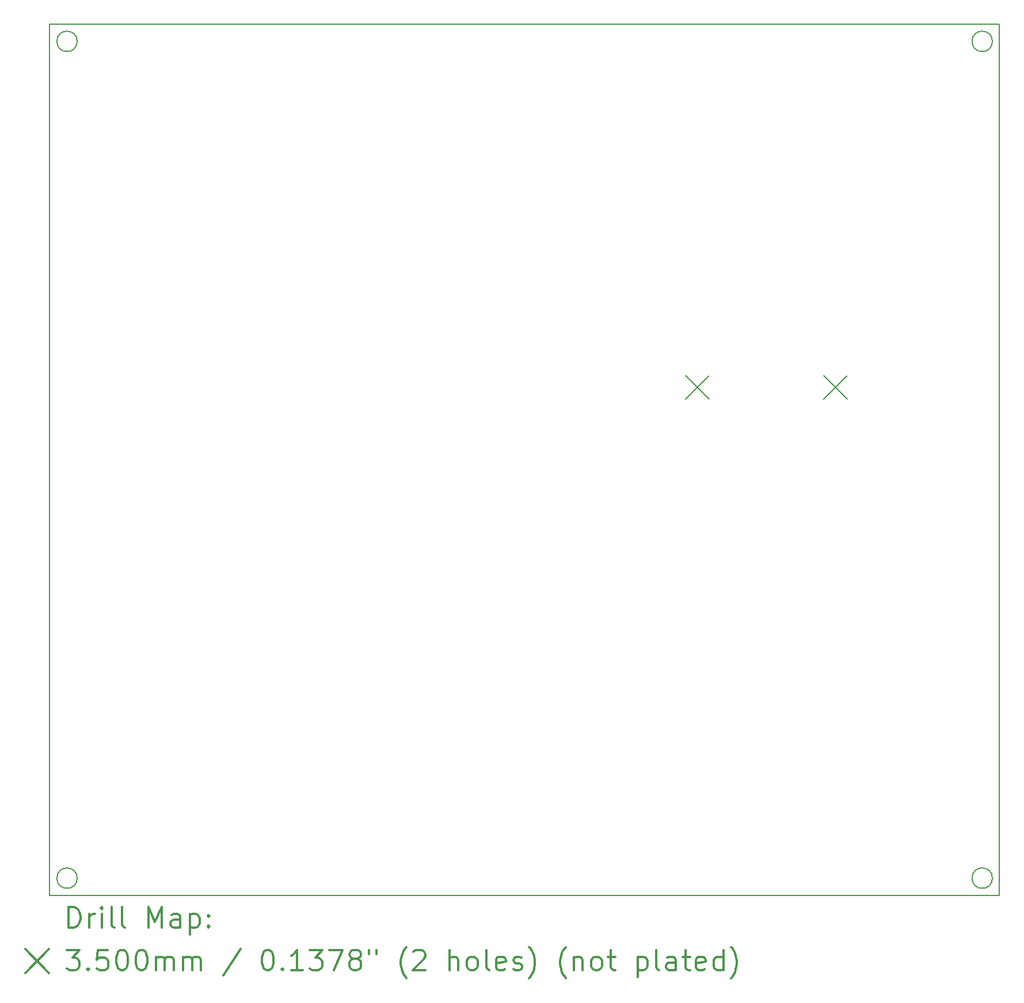
<source format=gbr>
%FSLAX45Y45*%
G04 Gerber Fmt 4.5, Leading zero omitted, Abs format (unit mm)*
G04 Created by KiCad (PCBNEW (5.1.10)-1) date 2021-10-12 11:26:06*
%MOMM*%
%LPD*%
G01*
G04 APERTURE LIST*
%TA.AperFunction,Profile*%
%ADD10C,0.150000*%
%TD*%
%ADD11C,0.200000*%
%ADD12C,0.300000*%
G04 APERTURE END LIST*
D10*
X24915000Y-3429000D02*
G75*
G03*
X24915000Y-3429000I-150000J0D01*
G01*
X24915000Y-15748000D02*
G75*
G03*
X24915000Y-15748000I-150000J0D01*
G01*
X11453000Y-15748000D02*
G75*
G03*
X11453000Y-15748000I-150000J0D01*
G01*
X11453000Y-3429000D02*
G75*
G03*
X11453000Y-3429000I-150000J0D01*
G01*
X11049000Y-16002000D02*
X11049000Y-3175000D01*
X25019000Y-16002000D02*
X11049000Y-16002000D01*
X25019000Y-3175000D02*
X25019000Y-16002000D01*
X11049000Y-3175000D02*
X25019000Y-3175000D01*
D11*
X20399000Y-8349000D02*
X20749000Y-8699000D01*
X20749000Y-8349000D02*
X20399000Y-8699000D01*
X22431000Y-8349000D02*
X22781000Y-8699000D01*
X22781000Y-8349000D02*
X22431000Y-8699000D01*
D12*
X11327928Y-16475214D02*
X11327928Y-16175214D01*
X11399357Y-16175214D01*
X11442214Y-16189500D01*
X11470786Y-16218071D01*
X11485071Y-16246643D01*
X11499357Y-16303786D01*
X11499357Y-16346643D01*
X11485071Y-16403786D01*
X11470786Y-16432357D01*
X11442214Y-16460929D01*
X11399357Y-16475214D01*
X11327928Y-16475214D01*
X11627928Y-16475214D02*
X11627928Y-16275214D01*
X11627928Y-16332357D02*
X11642214Y-16303786D01*
X11656500Y-16289500D01*
X11685071Y-16275214D01*
X11713643Y-16275214D01*
X11813643Y-16475214D02*
X11813643Y-16275214D01*
X11813643Y-16175214D02*
X11799357Y-16189500D01*
X11813643Y-16203786D01*
X11827928Y-16189500D01*
X11813643Y-16175214D01*
X11813643Y-16203786D01*
X11999357Y-16475214D02*
X11970786Y-16460929D01*
X11956500Y-16432357D01*
X11956500Y-16175214D01*
X12156500Y-16475214D02*
X12127928Y-16460929D01*
X12113643Y-16432357D01*
X12113643Y-16175214D01*
X12499357Y-16475214D02*
X12499357Y-16175214D01*
X12599357Y-16389500D01*
X12699357Y-16175214D01*
X12699357Y-16475214D01*
X12970786Y-16475214D02*
X12970786Y-16318071D01*
X12956500Y-16289500D01*
X12927928Y-16275214D01*
X12870786Y-16275214D01*
X12842214Y-16289500D01*
X12970786Y-16460929D02*
X12942214Y-16475214D01*
X12870786Y-16475214D01*
X12842214Y-16460929D01*
X12827928Y-16432357D01*
X12827928Y-16403786D01*
X12842214Y-16375214D01*
X12870786Y-16360929D01*
X12942214Y-16360929D01*
X12970786Y-16346643D01*
X13113643Y-16275214D02*
X13113643Y-16575214D01*
X13113643Y-16289500D02*
X13142214Y-16275214D01*
X13199357Y-16275214D01*
X13227928Y-16289500D01*
X13242214Y-16303786D01*
X13256500Y-16332357D01*
X13256500Y-16418071D01*
X13242214Y-16446643D01*
X13227928Y-16460929D01*
X13199357Y-16475214D01*
X13142214Y-16475214D01*
X13113643Y-16460929D01*
X13385071Y-16446643D02*
X13399357Y-16460929D01*
X13385071Y-16475214D01*
X13370786Y-16460929D01*
X13385071Y-16446643D01*
X13385071Y-16475214D01*
X13385071Y-16289500D02*
X13399357Y-16303786D01*
X13385071Y-16318071D01*
X13370786Y-16303786D01*
X13385071Y-16289500D01*
X13385071Y-16318071D01*
X10691500Y-16794500D02*
X11041500Y-17144500D01*
X11041500Y-16794500D02*
X10691500Y-17144500D01*
X11299357Y-16805214D02*
X11485071Y-16805214D01*
X11385071Y-16919500D01*
X11427928Y-16919500D01*
X11456500Y-16933786D01*
X11470786Y-16948072D01*
X11485071Y-16976643D01*
X11485071Y-17048072D01*
X11470786Y-17076643D01*
X11456500Y-17090929D01*
X11427928Y-17105214D01*
X11342214Y-17105214D01*
X11313643Y-17090929D01*
X11299357Y-17076643D01*
X11613643Y-17076643D02*
X11627928Y-17090929D01*
X11613643Y-17105214D01*
X11599357Y-17090929D01*
X11613643Y-17076643D01*
X11613643Y-17105214D01*
X11899357Y-16805214D02*
X11756500Y-16805214D01*
X11742214Y-16948072D01*
X11756500Y-16933786D01*
X11785071Y-16919500D01*
X11856500Y-16919500D01*
X11885071Y-16933786D01*
X11899357Y-16948072D01*
X11913643Y-16976643D01*
X11913643Y-17048072D01*
X11899357Y-17076643D01*
X11885071Y-17090929D01*
X11856500Y-17105214D01*
X11785071Y-17105214D01*
X11756500Y-17090929D01*
X11742214Y-17076643D01*
X12099357Y-16805214D02*
X12127928Y-16805214D01*
X12156500Y-16819500D01*
X12170786Y-16833786D01*
X12185071Y-16862357D01*
X12199357Y-16919500D01*
X12199357Y-16990929D01*
X12185071Y-17048072D01*
X12170786Y-17076643D01*
X12156500Y-17090929D01*
X12127928Y-17105214D01*
X12099357Y-17105214D01*
X12070786Y-17090929D01*
X12056500Y-17076643D01*
X12042214Y-17048072D01*
X12027928Y-16990929D01*
X12027928Y-16919500D01*
X12042214Y-16862357D01*
X12056500Y-16833786D01*
X12070786Y-16819500D01*
X12099357Y-16805214D01*
X12385071Y-16805214D02*
X12413643Y-16805214D01*
X12442214Y-16819500D01*
X12456500Y-16833786D01*
X12470786Y-16862357D01*
X12485071Y-16919500D01*
X12485071Y-16990929D01*
X12470786Y-17048072D01*
X12456500Y-17076643D01*
X12442214Y-17090929D01*
X12413643Y-17105214D01*
X12385071Y-17105214D01*
X12356500Y-17090929D01*
X12342214Y-17076643D01*
X12327928Y-17048072D01*
X12313643Y-16990929D01*
X12313643Y-16919500D01*
X12327928Y-16862357D01*
X12342214Y-16833786D01*
X12356500Y-16819500D01*
X12385071Y-16805214D01*
X12613643Y-17105214D02*
X12613643Y-16905214D01*
X12613643Y-16933786D02*
X12627928Y-16919500D01*
X12656500Y-16905214D01*
X12699357Y-16905214D01*
X12727928Y-16919500D01*
X12742214Y-16948072D01*
X12742214Y-17105214D01*
X12742214Y-16948072D02*
X12756500Y-16919500D01*
X12785071Y-16905214D01*
X12827928Y-16905214D01*
X12856500Y-16919500D01*
X12870786Y-16948072D01*
X12870786Y-17105214D01*
X13013643Y-17105214D02*
X13013643Y-16905214D01*
X13013643Y-16933786D02*
X13027928Y-16919500D01*
X13056500Y-16905214D01*
X13099357Y-16905214D01*
X13127928Y-16919500D01*
X13142214Y-16948072D01*
X13142214Y-17105214D01*
X13142214Y-16948072D02*
X13156500Y-16919500D01*
X13185071Y-16905214D01*
X13227928Y-16905214D01*
X13256500Y-16919500D01*
X13270786Y-16948072D01*
X13270786Y-17105214D01*
X13856500Y-16790929D02*
X13599357Y-17176643D01*
X14242214Y-16805214D02*
X14270786Y-16805214D01*
X14299357Y-16819500D01*
X14313643Y-16833786D01*
X14327928Y-16862357D01*
X14342214Y-16919500D01*
X14342214Y-16990929D01*
X14327928Y-17048072D01*
X14313643Y-17076643D01*
X14299357Y-17090929D01*
X14270786Y-17105214D01*
X14242214Y-17105214D01*
X14213643Y-17090929D01*
X14199357Y-17076643D01*
X14185071Y-17048072D01*
X14170786Y-16990929D01*
X14170786Y-16919500D01*
X14185071Y-16862357D01*
X14199357Y-16833786D01*
X14213643Y-16819500D01*
X14242214Y-16805214D01*
X14470786Y-17076643D02*
X14485071Y-17090929D01*
X14470786Y-17105214D01*
X14456500Y-17090929D01*
X14470786Y-17076643D01*
X14470786Y-17105214D01*
X14770786Y-17105214D02*
X14599357Y-17105214D01*
X14685071Y-17105214D02*
X14685071Y-16805214D01*
X14656500Y-16848072D01*
X14627928Y-16876643D01*
X14599357Y-16890929D01*
X14870786Y-16805214D02*
X15056500Y-16805214D01*
X14956500Y-16919500D01*
X14999357Y-16919500D01*
X15027928Y-16933786D01*
X15042214Y-16948072D01*
X15056500Y-16976643D01*
X15056500Y-17048072D01*
X15042214Y-17076643D01*
X15027928Y-17090929D01*
X14999357Y-17105214D01*
X14913643Y-17105214D01*
X14885071Y-17090929D01*
X14870786Y-17076643D01*
X15156500Y-16805214D02*
X15356500Y-16805214D01*
X15227928Y-17105214D01*
X15513643Y-16933786D02*
X15485071Y-16919500D01*
X15470786Y-16905214D01*
X15456500Y-16876643D01*
X15456500Y-16862357D01*
X15470786Y-16833786D01*
X15485071Y-16819500D01*
X15513643Y-16805214D01*
X15570786Y-16805214D01*
X15599357Y-16819500D01*
X15613643Y-16833786D01*
X15627928Y-16862357D01*
X15627928Y-16876643D01*
X15613643Y-16905214D01*
X15599357Y-16919500D01*
X15570786Y-16933786D01*
X15513643Y-16933786D01*
X15485071Y-16948072D01*
X15470786Y-16962357D01*
X15456500Y-16990929D01*
X15456500Y-17048072D01*
X15470786Y-17076643D01*
X15485071Y-17090929D01*
X15513643Y-17105214D01*
X15570786Y-17105214D01*
X15599357Y-17090929D01*
X15613643Y-17076643D01*
X15627928Y-17048072D01*
X15627928Y-16990929D01*
X15613643Y-16962357D01*
X15599357Y-16948072D01*
X15570786Y-16933786D01*
X15742214Y-16805214D02*
X15742214Y-16862357D01*
X15856500Y-16805214D02*
X15856500Y-16862357D01*
X16299357Y-17219500D02*
X16285071Y-17205214D01*
X16256500Y-17162357D01*
X16242214Y-17133786D01*
X16227928Y-17090929D01*
X16213643Y-17019500D01*
X16213643Y-16962357D01*
X16227928Y-16890929D01*
X16242214Y-16848072D01*
X16256500Y-16819500D01*
X16285071Y-16776643D01*
X16299357Y-16762357D01*
X16399357Y-16833786D02*
X16413643Y-16819500D01*
X16442214Y-16805214D01*
X16513643Y-16805214D01*
X16542214Y-16819500D01*
X16556500Y-16833786D01*
X16570786Y-16862357D01*
X16570786Y-16890929D01*
X16556500Y-16933786D01*
X16385071Y-17105214D01*
X16570786Y-17105214D01*
X16927928Y-17105214D02*
X16927928Y-16805214D01*
X17056500Y-17105214D02*
X17056500Y-16948072D01*
X17042214Y-16919500D01*
X17013643Y-16905214D01*
X16970786Y-16905214D01*
X16942214Y-16919500D01*
X16927928Y-16933786D01*
X17242214Y-17105214D02*
X17213643Y-17090929D01*
X17199357Y-17076643D01*
X17185071Y-17048072D01*
X17185071Y-16962357D01*
X17199357Y-16933786D01*
X17213643Y-16919500D01*
X17242214Y-16905214D01*
X17285071Y-16905214D01*
X17313643Y-16919500D01*
X17327928Y-16933786D01*
X17342214Y-16962357D01*
X17342214Y-17048072D01*
X17327928Y-17076643D01*
X17313643Y-17090929D01*
X17285071Y-17105214D01*
X17242214Y-17105214D01*
X17513643Y-17105214D02*
X17485071Y-17090929D01*
X17470786Y-17062357D01*
X17470786Y-16805214D01*
X17742214Y-17090929D02*
X17713643Y-17105214D01*
X17656500Y-17105214D01*
X17627928Y-17090929D01*
X17613643Y-17062357D01*
X17613643Y-16948072D01*
X17627928Y-16919500D01*
X17656500Y-16905214D01*
X17713643Y-16905214D01*
X17742214Y-16919500D01*
X17756500Y-16948072D01*
X17756500Y-16976643D01*
X17613643Y-17005214D01*
X17870786Y-17090929D02*
X17899357Y-17105214D01*
X17956500Y-17105214D01*
X17985071Y-17090929D01*
X17999357Y-17062357D01*
X17999357Y-17048072D01*
X17985071Y-17019500D01*
X17956500Y-17005214D01*
X17913643Y-17005214D01*
X17885071Y-16990929D01*
X17870786Y-16962357D01*
X17870786Y-16948072D01*
X17885071Y-16919500D01*
X17913643Y-16905214D01*
X17956500Y-16905214D01*
X17985071Y-16919500D01*
X18099357Y-17219500D02*
X18113643Y-17205214D01*
X18142214Y-17162357D01*
X18156500Y-17133786D01*
X18170786Y-17090929D01*
X18185071Y-17019500D01*
X18185071Y-16962357D01*
X18170786Y-16890929D01*
X18156500Y-16848072D01*
X18142214Y-16819500D01*
X18113643Y-16776643D01*
X18099357Y-16762357D01*
X18642214Y-17219500D02*
X18627928Y-17205214D01*
X18599357Y-17162357D01*
X18585071Y-17133786D01*
X18570786Y-17090929D01*
X18556500Y-17019500D01*
X18556500Y-16962357D01*
X18570786Y-16890929D01*
X18585071Y-16848072D01*
X18599357Y-16819500D01*
X18627928Y-16776643D01*
X18642214Y-16762357D01*
X18756500Y-16905214D02*
X18756500Y-17105214D01*
X18756500Y-16933786D02*
X18770786Y-16919500D01*
X18799357Y-16905214D01*
X18842214Y-16905214D01*
X18870786Y-16919500D01*
X18885071Y-16948072D01*
X18885071Y-17105214D01*
X19070786Y-17105214D02*
X19042214Y-17090929D01*
X19027928Y-17076643D01*
X19013643Y-17048072D01*
X19013643Y-16962357D01*
X19027928Y-16933786D01*
X19042214Y-16919500D01*
X19070786Y-16905214D01*
X19113643Y-16905214D01*
X19142214Y-16919500D01*
X19156500Y-16933786D01*
X19170786Y-16962357D01*
X19170786Y-17048072D01*
X19156500Y-17076643D01*
X19142214Y-17090929D01*
X19113643Y-17105214D01*
X19070786Y-17105214D01*
X19256500Y-16905214D02*
X19370786Y-16905214D01*
X19299357Y-16805214D02*
X19299357Y-17062357D01*
X19313643Y-17090929D01*
X19342214Y-17105214D01*
X19370786Y-17105214D01*
X19699357Y-16905214D02*
X19699357Y-17205214D01*
X19699357Y-16919500D02*
X19727928Y-16905214D01*
X19785071Y-16905214D01*
X19813643Y-16919500D01*
X19827928Y-16933786D01*
X19842214Y-16962357D01*
X19842214Y-17048072D01*
X19827928Y-17076643D01*
X19813643Y-17090929D01*
X19785071Y-17105214D01*
X19727928Y-17105214D01*
X19699357Y-17090929D01*
X20013643Y-17105214D02*
X19985071Y-17090929D01*
X19970786Y-17062357D01*
X19970786Y-16805214D01*
X20256500Y-17105214D02*
X20256500Y-16948072D01*
X20242214Y-16919500D01*
X20213643Y-16905214D01*
X20156500Y-16905214D01*
X20127928Y-16919500D01*
X20256500Y-17090929D02*
X20227928Y-17105214D01*
X20156500Y-17105214D01*
X20127928Y-17090929D01*
X20113643Y-17062357D01*
X20113643Y-17033786D01*
X20127928Y-17005214D01*
X20156500Y-16990929D01*
X20227928Y-16990929D01*
X20256500Y-16976643D01*
X20356500Y-16905214D02*
X20470786Y-16905214D01*
X20399357Y-16805214D02*
X20399357Y-17062357D01*
X20413643Y-17090929D01*
X20442214Y-17105214D01*
X20470786Y-17105214D01*
X20685071Y-17090929D02*
X20656500Y-17105214D01*
X20599357Y-17105214D01*
X20570786Y-17090929D01*
X20556500Y-17062357D01*
X20556500Y-16948072D01*
X20570786Y-16919500D01*
X20599357Y-16905214D01*
X20656500Y-16905214D01*
X20685071Y-16919500D01*
X20699357Y-16948072D01*
X20699357Y-16976643D01*
X20556500Y-17005214D01*
X20956500Y-17105214D02*
X20956500Y-16805214D01*
X20956500Y-17090929D02*
X20927928Y-17105214D01*
X20870786Y-17105214D01*
X20842214Y-17090929D01*
X20827928Y-17076643D01*
X20813643Y-17048072D01*
X20813643Y-16962357D01*
X20827928Y-16933786D01*
X20842214Y-16919500D01*
X20870786Y-16905214D01*
X20927928Y-16905214D01*
X20956500Y-16919500D01*
X21070786Y-17219500D02*
X21085071Y-17205214D01*
X21113643Y-17162357D01*
X21127928Y-17133786D01*
X21142214Y-17090929D01*
X21156500Y-17019500D01*
X21156500Y-16962357D01*
X21142214Y-16890929D01*
X21127928Y-16848072D01*
X21113643Y-16819500D01*
X21085071Y-16776643D01*
X21070786Y-16762357D01*
M02*

</source>
